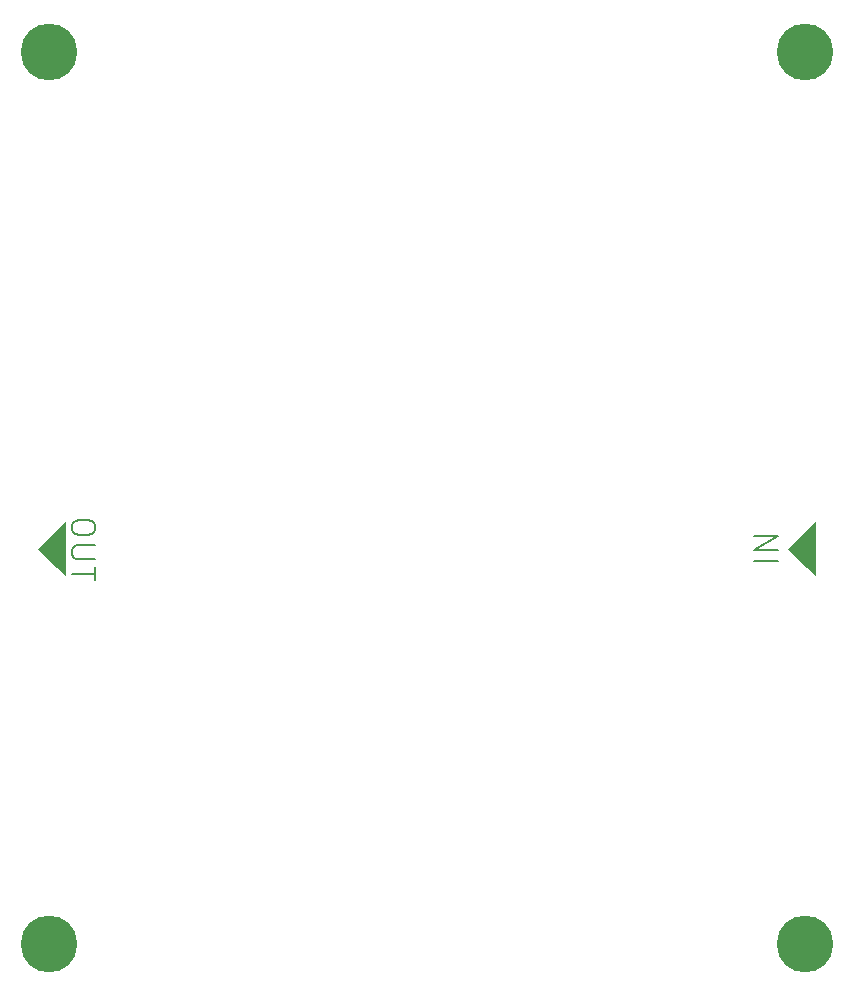
<source format=gbr>
G04 #@! TF.GenerationSoftware,KiCad,Pcbnew,5.1.5+dfsg1-2build2*
G04 #@! TF.CreationDate,2021-03-23T21:39:09+09:00*
G04 #@! TF.ProjectId,MTCH6102_breakout,4d544348-3631-4303-925f-627265616b6f,rev?*
G04 #@! TF.SameCoordinates,Original*
G04 #@! TF.FileFunction,Soldermask,Top*
G04 #@! TF.FilePolarity,Negative*
%FSLAX46Y46*%
G04 Gerber Fmt 4.6, Leading zero omitted, Abs format (unit mm)*
G04 Created by KiCad (PCBNEW 5.1.5+dfsg1-2build2) date 2021-03-23 21:39:09*
%MOMM*%
%LPD*%
G04 APERTURE LIST*
%ADD10C,0.100000*%
%ADD11C,0.200000*%
%ADD12C,1.100000*%
%ADD13C,4.800000*%
G04 APERTURE END LIST*
D10*
G36*
X160850000Y-108800000D02*
G01*
X158600000Y-106550000D01*
X160850000Y-104300000D01*
X160850000Y-108800000D01*
G37*
X160850000Y-108800000D02*
X158600000Y-106550000D01*
X160850000Y-104300000D01*
X160850000Y-108800000D01*
D11*
X157754761Y-107597619D02*
X155754761Y-107597619D01*
X157754761Y-106645238D02*
X155754761Y-106645238D01*
X157754761Y-105502380D01*
X155754761Y-105502380D01*
X99945238Y-104550000D02*
X99945238Y-104930952D01*
X99850000Y-105121428D01*
X99659523Y-105311904D01*
X99278571Y-105407142D01*
X98611904Y-105407142D01*
X98230952Y-105311904D01*
X98040476Y-105121428D01*
X97945238Y-104930952D01*
X97945238Y-104550000D01*
X98040476Y-104359523D01*
X98230952Y-104169047D01*
X98611904Y-104073809D01*
X99278571Y-104073809D01*
X99659523Y-104169047D01*
X99850000Y-104359523D01*
X99945238Y-104550000D01*
X99945238Y-106264285D02*
X98326190Y-106264285D01*
X98135714Y-106359523D01*
X98040476Y-106454761D01*
X97945238Y-106645238D01*
X97945238Y-107026190D01*
X98040476Y-107216666D01*
X98135714Y-107311904D01*
X98326190Y-107407142D01*
X99945238Y-107407142D01*
X99945238Y-108073809D02*
X99945238Y-109216666D01*
X97945238Y-108645238D02*
X99945238Y-108645238D01*
D10*
G36*
X97350000Y-108800000D02*
G01*
X95100000Y-106550000D01*
X97350000Y-104300000D01*
X97350000Y-108800000D01*
G37*
X97350000Y-108800000D02*
X95100000Y-106550000D01*
X97350000Y-104300000D01*
X97350000Y-108800000D01*
D12*
X97166726Y-63333274D03*
X96000000Y-62850000D03*
X94833274Y-63333274D03*
X94350000Y-64500000D03*
X94833274Y-65666726D03*
X96000000Y-66150000D03*
X97166726Y-65666726D03*
X97650000Y-64500000D03*
D13*
X96000000Y-64500000D03*
X160000000Y-140000000D03*
D12*
X161650000Y-140000000D03*
X161166726Y-141166726D03*
X160000000Y-141650000D03*
X158833274Y-141166726D03*
X158350000Y-140000000D03*
X158833274Y-138833274D03*
X160000000Y-138350000D03*
X161166726Y-138833274D03*
X161166726Y-63333274D03*
X160000000Y-62850000D03*
X158833274Y-63333274D03*
X158350000Y-64500000D03*
X158833274Y-65666726D03*
X160000000Y-66150000D03*
X161166726Y-65666726D03*
X161650000Y-64500000D03*
D13*
X160000000Y-64500000D03*
D12*
X97166726Y-138833274D03*
X96000000Y-138350000D03*
X94833274Y-138833274D03*
X94350000Y-140000000D03*
X94833274Y-141166726D03*
X96000000Y-141650000D03*
X97166726Y-141166726D03*
X97650000Y-140000000D03*
D13*
X96000000Y-140000000D03*
M02*

</source>
